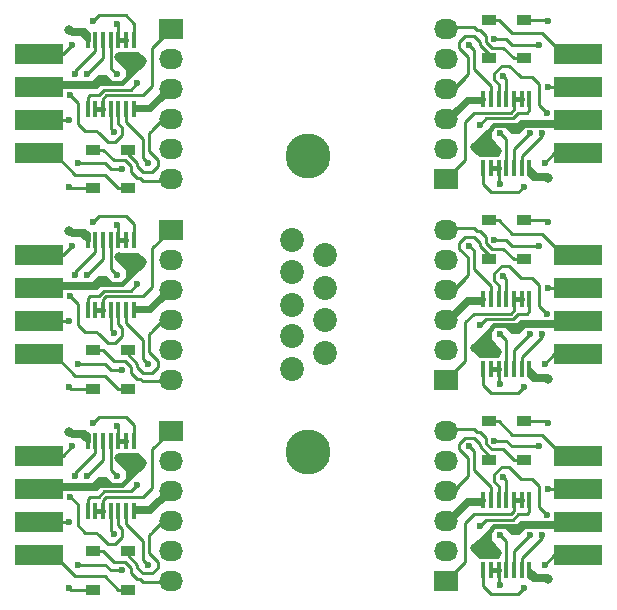
<source format=gtl>
G04 #@! TF.FileFunction,Copper,L1,Top,Signal*
%FSLAX46Y46*%
G04 Gerber Fmt 4.6, Leading zero omitted, Abs format (unit mm)*
G04 Created by KiCad (PCBNEW 4.0.2-stable) date 27/07/2016 9:39:40 PM*
%MOMM*%
G01*
G04 APERTURE LIST*
%ADD10C,0.100000*%
%ADD11C,3.810000*%
%ADD12C,2.024000*%
%ADD13R,4.080000X1.778000*%
%ADD14R,1.220000X0.910000*%
%ADD15R,2.032000X1.727200*%
%ADD16O,2.032000X1.727200*%
%ADD17R,0.450000X1.450000*%
%ADD18C,0.800000*%
%ADD19C,0.600000*%
%ADD20C,0.450000*%
%ADD21C,0.449000*%
%ADD22C,0.425000*%
%ADD23C,0.250000*%
G04 APERTURE END LIST*
D10*
D11*
X155250000Y-139446000D03*
X155250000Y-114427000D03*
D12*
X153853000Y-132461000D03*
X153853000Y-129667000D03*
X153853000Y-127000000D03*
X153853000Y-124206000D03*
X153853000Y-121539000D03*
X156647000Y-131064000D03*
X156647000Y-128270000D03*
X156647000Y-125603000D03*
X156647000Y-122809000D03*
D13*
X178083000Y-148191000D03*
X178083000Y-145397000D03*
X178083000Y-142603000D03*
X178083000Y-139809000D03*
D14*
X173500000Y-136865000D03*
X173500000Y-140135000D03*
X170500000Y-136865000D03*
X170500000Y-140135000D03*
D15*
X166915000Y-150350000D03*
D16*
X166915000Y-147810000D03*
X166915000Y-145270000D03*
X166915000Y-142730000D03*
X166915000Y-140190000D03*
X166915000Y-137650000D03*
D17*
X173950000Y-143550000D03*
X173300000Y-143550000D03*
X172650000Y-143550000D03*
X172000000Y-143550000D03*
X171350000Y-143550000D03*
X170700000Y-143550000D03*
X170050000Y-143550000D03*
X170050000Y-149450000D03*
X170700000Y-149450000D03*
X171350000Y-149450000D03*
X172000000Y-149450000D03*
X172650000Y-149450000D03*
X173300000Y-149450000D03*
X173950000Y-149450000D03*
X173950000Y-109550000D03*
X173300000Y-109550000D03*
X172650000Y-109550000D03*
X172000000Y-109550000D03*
X171350000Y-109550000D03*
X170700000Y-109550000D03*
X170050000Y-109550000D03*
X170050000Y-115450000D03*
X170700000Y-115450000D03*
X171350000Y-115450000D03*
X172000000Y-115450000D03*
X172650000Y-115450000D03*
X173300000Y-115450000D03*
X173950000Y-115450000D03*
D15*
X166915000Y-116350000D03*
D16*
X166915000Y-113810000D03*
X166915000Y-111270000D03*
X166915000Y-108730000D03*
X166915000Y-106190000D03*
X166915000Y-103650000D03*
D14*
X170500000Y-102865000D03*
X170500000Y-106135000D03*
X173500000Y-102865000D03*
X173500000Y-106135000D03*
D13*
X178083000Y-114191000D03*
X178083000Y-111397000D03*
X178083000Y-108603000D03*
X178083000Y-105809000D03*
X178083000Y-131191000D03*
X178083000Y-128397000D03*
X178083000Y-125603000D03*
X178083000Y-122809000D03*
D14*
X173500000Y-119865000D03*
X173500000Y-123135000D03*
X170500000Y-119865000D03*
X170500000Y-123135000D03*
D15*
X166915000Y-133350000D03*
D16*
X166915000Y-130810000D03*
X166915000Y-128270000D03*
X166915000Y-125730000D03*
X166915000Y-123190000D03*
X166915000Y-120650000D03*
D17*
X173950000Y-126550000D03*
X173300000Y-126550000D03*
X172650000Y-126550000D03*
X172000000Y-126550000D03*
X171350000Y-126550000D03*
X170700000Y-126550000D03*
X170050000Y-126550000D03*
X170050000Y-132450000D03*
X170700000Y-132450000D03*
X171350000Y-132450000D03*
X172000000Y-132450000D03*
X172650000Y-132450000D03*
X173300000Y-132450000D03*
X173950000Y-132450000D03*
X136550000Y-127450000D03*
X137200000Y-127450000D03*
X137850000Y-127450000D03*
X138500000Y-127450000D03*
X139150000Y-127450000D03*
X139800000Y-127450000D03*
X140450000Y-127450000D03*
X140450000Y-121550000D03*
X139800000Y-121550000D03*
X139150000Y-121550000D03*
X138500000Y-121550000D03*
X137850000Y-121550000D03*
X137200000Y-121550000D03*
X136550000Y-121550000D03*
D15*
X143585000Y-120650000D03*
D16*
X143585000Y-123190000D03*
X143585000Y-125730000D03*
X143585000Y-128270000D03*
X143585000Y-130810000D03*
X143585000Y-133350000D03*
D14*
X140000000Y-134135000D03*
X140000000Y-130865000D03*
X137000000Y-134135000D03*
X137000000Y-130865000D03*
D13*
X132417000Y-122809000D03*
X132417000Y-125603000D03*
X132417000Y-128397000D03*
X132417000Y-131191000D03*
X132417000Y-139809000D03*
X132417000Y-142603000D03*
X132417000Y-145397000D03*
X132417000Y-148191000D03*
D14*
X137000000Y-151135000D03*
X137000000Y-147865000D03*
X140000000Y-151135000D03*
X140000000Y-147865000D03*
D15*
X143585000Y-137650000D03*
D16*
X143585000Y-140190000D03*
X143585000Y-142730000D03*
X143585000Y-145270000D03*
X143585000Y-147810000D03*
X143585000Y-150350000D03*
D17*
X136550000Y-144450000D03*
X137200000Y-144450000D03*
X137850000Y-144450000D03*
X138500000Y-144450000D03*
X139150000Y-144450000D03*
X139800000Y-144450000D03*
X140450000Y-144450000D03*
X140450000Y-138550000D03*
X139800000Y-138550000D03*
X139150000Y-138550000D03*
X138500000Y-138550000D03*
X137850000Y-138550000D03*
X137200000Y-138550000D03*
X136550000Y-138550000D03*
X136550000Y-110450000D03*
X137200000Y-110450000D03*
X137850000Y-110450000D03*
X138500000Y-110450000D03*
X139150000Y-110450000D03*
X139800000Y-110450000D03*
X140450000Y-110450000D03*
X140450000Y-104550000D03*
X139800000Y-104550000D03*
X139150000Y-104550000D03*
X138500000Y-104550000D03*
X137850000Y-104550000D03*
X137200000Y-104550000D03*
X136550000Y-104550000D03*
D15*
X143585000Y-103650000D03*
D16*
X143585000Y-106190000D03*
X143585000Y-108730000D03*
X143585000Y-111270000D03*
X143585000Y-113810000D03*
X143585000Y-116350000D03*
D14*
X140000000Y-117135000D03*
X140000000Y-113865000D03*
X137000000Y-117135000D03*
X137000000Y-113865000D03*
D13*
X132417000Y-105809000D03*
X132417000Y-108603000D03*
X132417000Y-111397000D03*
X132417000Y-114191000D03*
D18*
X175500000Y-150250000D03*
X175500000Y-116250000D03*
X175500000Y-133250000D03*
X135000000Y-120750000D03*
X135000000Y-137750000D03*
X135000000Y-103750000D03*
X171250000Y-148000000D03*
X169375000Y-147625000D03*
X169375000Y-113625000D03*
X171250000Y-114000000D03*
X171250000Y-131000000D03*
X169375000Y-130625000D03*
X141125000Y-123375000D03*
X139250000Y-123000000D03*
X139250000Y-140000000D03*
X141125000Y-140375000D03*
X141125000Y-106375000D03*
X139250000Y-106000000D03*
D19*
X175250000Y-149000000D03*
X175500000Y-103000000D03*
X175250000Y-115000000D03*
X175250000Y-132000000D03*
X175500000Y-120000000D03*
X175500000Y-137000000D03*
X135000000Y-117000000D03*
X135000000Y-134000000D03*
X135250000Y-122000000D03*
X135250000Y-139000000D03*
X135000000Y-151000000D03*
X135250000Y-105000000D03*
X174000000Y-146500000D03*
X174000000Y-112500000D03*
X174000000Y-129500000D03*
X136500000Y-124500000D03*
X136500000Y-141500000D03*
X136500000Y-107500000D03*
X175000000Y-146500000D03*
X175000000Y-112500000D03*
X175000000Y-129500000D03*
X135500000Y-124500000D03*
X135500000Y-141500000D03*
X135500000Y-107500000D03*
X175424000Y-144762000D03*
X175424000Y-110762000D03*
X175424000Y-127762000D03*
X135076000Y-126238000D03*
X135076000Y-143238000D03*
X135076000Y-109238000D03*
X174750000Y-139000000D03*
X171000000Y-138500000D03*
X168850000Y-139000000D03*
X168850000Y-105000000D03*
X171000000Y-104500000D03*
X174750000Y-105000000D03*
X174750000Y-122000000D03*
X171000000Y-121500000D03*
X168850000Y-122000000D03*
X141650000Y-132000000D03*
X139500000Y-132500000D03*
X135750000Y-132000000D03*
X135750000Y-149000000D03*
X139500000Y-149500000D03*
X141650000Y-149000000D03*
X141650000Y-115000000D03*
X139500000Y-115500000D03*
X135750000Y-115000000D03*
X175551000Y-142603000D03*
X175551000Y-108603000D03*
X175551000Y-125603000D03*
X134949000Y-128397000D03*
X134949000Y-145397000D03*
X134949000Y-111397000D03*
X171500000Y-150750000D03*
X171500000Y-116750000D03*
X171500000Y-133750000D03*
X139000000Y-120250000D03*
X139000000Y-137250000D03*
X139000000Y-103250000D03*
X169750000Y-145750000D03*
X169750000Y-111750000D03*
X169750000Y-128750000D03*
X140750000Y-125250000D03*
X140750000Y-142250000D03*
X140750000Y-108250000D03*
X171750000Y-141600000D03*
X171750000Y-107600000D03*
X171750000Y-124600000D03*
X138750000Y-129400000D03*
X138750000Y-146400000D03*
X138750000Y-112400000D03*
X173500000Y-151000000D03*
X173500000Y-117000000D03*
X173500000Y-134000000D03*
X137000000Y-120000000D03*
X137000000Y-137000000D03*
X137000000Y-103000000D03*
X171500000Y-146500000D03*
X171500000Y-112500000D03*
X171500000Y-129500000D03*
X139000000Y-124500000D03*
X139000000Y-141500000D03*
X139000000Y-107500000D03*
D20*
X174750000Y-150250000D02*
X175500000Y-150250000D01*
D21*
X174500000Y-150000000D02*
X174750000Y-150250000D01*
X173950000Y-149450000D02*
X174500000Y-150000000D01*
D22*
X175250000Y-150000000D02*
X174500000Y-150000000D01*
X175500000Y-150250000D02*
X175250000Y-150000000D01*
X173950000Y-149950000D02*
X173950000Y-149450000D01*
X174250000Y-150250000D02*
X173950000Y-149950000D01*
X175500000Y-150250000D02*
X174250000Y-150250000D01*
X175500000Y-116250000D02*
X174250000Y-116250000D01*
X174250000Y-116250000D02*
X173950000Y-115950000D01*
X173950000Y-115950000D02*
X173950000Y-115450000D01*
X175500000Y-116250000D02*
X175250000Y-116000000D01*
X175250000Y-116000000D02*
X174500000Y-116000000D01*
D21*
X173950000Y-115450000D02*
X174500000Y-116000000D01*
X174500000Y-116000000D02*
X174750000Y-116250000D01*
D20*
X174750000Y-116250000D02*
X175500000Y-116250000D01*
X174750000Y-133250000D02*
X175500000Y-133250000D01*
D21*
X174500000Y-133000000D02*
X174750000Y-133250000D01*
X173950000Y-132450000D02*
X174500000Y-133000000D01*
D22*
X175250000Y-133000000D02*
X174500000Y-133000000D01*
X175500000Y-133250000D02*
X175250000Y-133000000D01*
X173950000Y-132950000D02*
X173950000Y-132450000D01*
X174250000Y-133250000D02*
X173950000Y-132950000D01*
X175500000Y-133250000D02*
X174250000Y-133250000D01*
X135000000Y-120750000D02*
X136250000Y-120750000D01*
X136250000Y-120750000D02*
X136550000Y-121050000D01*
X136550000Y-121050000D02*
X136550000Y-121550000D01*
X135000000Y-120750000D02*
X135250000Y-121000000D01*
X135250000Y-121000000D02*
X136000000Y-121000000D01*
D21*
X136550000Y-121550000D02*
X136000000Y-121000000D01*
X136000000Y-121000000D02*
X135750000Y-120750000D01*
D20*
X135750000Y-120750000D02*
X135000000Y-120750000D01*
X135750000Y-137750000D02*
X135000000Y-137750000D01*
D21*
X136000000Y-138000000D02*
X135750000Y-137750000D01*
X136550000Y-138550000D02*
X136000000Y-138000000D01*
D22*
X135250000Y-138000000D02*
X136000000Y-138000000D01*
X135000000Y-137750000D02*
X135250000Y-138000000D01*
X136550000Y-138050000D02*
X136550000Y-138550000D01*
X136250000Y-137750000D02*
X136550000Y-138050000D01*
X135000000Y-137750000D02*
X136250000Y-137750000D01*
X135000000Y-103750000D02*
X136250000Y-103750000D01*
X136250000Y-103750000D02*
X136550000Y-104050000D01*
X136550000Y-104050000D02*
X136550000Y-104550000D01*
X135000000Y-103750000D02*
X135250000Y-104000000D01*
X135250000Y-104000000D02*
X136000000Y-104000000D01*
D21*
X136550000Y-104550000D02*
X136000000Y-104000000D01*
X136000000Y-104000000D02*
X135750000Y-103750000D01*
D20*
X135750000Y-103750000D02*
X135000000Y-103750000D01*
D23*
X178083000Y-145397000D02*
X177956000Y-145524000D01*
D20*
X177980000Y-145500000D02*
X178083000Y-145397000D01*
X173250000Y-145500000D02*
X177980000Y-145500000D01*
D21*
X173000000Y-145750000D02*
X173250000Y-145500000D01*
X168635000Y-143550000D02*
X166915000Y-145270000D01*
X170050000Y-143550000D02*
X168635000Y-143550000D01*
D20*
X177730000Y-145750000D02*
X178083000Y-145397000D01*
X173500000Y-145750000D02*
X177730000Y-145750000D01*
X173000000Y-145750000D02*
X173500000Y-145750000D01*
X170500000Y-147250000D02*
X171250000Y-148000000D01*
X171000000Y-148000000D02*
X171250000Y-148000000D01*
X170250000Y-147250000D02*
X171000000Y-148000000D01*
D22*
X171000000Y-148250000D02*
X170750000Y-148250000D01*
X170750000Y-148250000D02*
X170250000Y-147750000D01*
X171250000Y-148000000D02*
X171000000Y-148250000D01*
X170000000Y-147250000D02*
X170750000Y-148000000D01*
X170750000Y-148000000D02*
X171250000Y-148000000D01*
X170000000Y-146750000D02*
X170000000Y-147250000D01*
X173250000Y-146000000D02*
X172249996Y-146000000D01*
X173500000Y-145750000D02*
X173250000Y-146000000D01*
X173250000Y-146000000D02*
X173000000Y-146250000D01*
X173000000Y-146250000D02*
X172750000Y-146250000D01*
X172750000Y-146250000D02*
X172499996Y-146250000D01*
X172499996Y-146250000D02*
X172000000Y-145750004D01*
X170500000Y-146250000D02*
X170000000Y-146750000D01*
X171000000Y-145750000D02*
X170500000Y-146250000D01*
X173000000Y-145750000D02*
X171000000Y-145750000D01*
X170500000Y-146500000D02*
X170500000Y-146250000D01*
X170500000Y-146250000D02*
X170500000Y-146500000D01*
X170500000Y-146750000D02*
X170500000Y-146250000D01*
X170500000Y-147250000D02*
X170500000Y-146750000D01*
X170250000Y-147500000D02*
X170250000Y-147750000D01*
X170250000Y-147750000D02*
X170250000Y-147500000D01*
X170250000Y-146500000D02*
X170250000Y-147750000D01*
X170500000Y-146250000D02*
X170250000Y-146500000D01*
X170250000Y-147750000D02*
X170000000Y-147500000D01*
X170000000Y-147500000D02*
X170000000Y-146750000D01*
D21*
X167230000Y-145270000D02*
X166915000Y-145270000D01*
X168750000Y-143750000D02*
X167230000Y-145270000D01*
X169850000Y-143750000D02*
X168750000Y-143750000D01*
X170050000Y-143550000D02*
X169850000Y-143750000D01*
D23*
X169375000Y-147625000D02*
X169250000Y-147500000D01*
D22*
X169375000Y-147375000D02*
X169375000Y-147625000D01*
X170000000Y-146750000D02*
X169375000Y-147375000D01*
X170250000Y-148250000D02*
X170750000Y-148250000D01*
X170000000Y-148250000D02*
X170250000Y-148250000D01*
X169375000Y-147625000D02*
X170000000Y-148250000D01*
X170000000Y-147000000D02*
X170000000Y-147250000D01*
X169375000Y-147625000D02*
X170000000Y-147000000D01*
X169625000Y-147625000D02*
X170250000Y-148250000D01*
X169375000Y-147625000D02*
X169625000Y-147625000D01*
X169750000Y-148250000D02*
X170750000Y-148250000D01*
X169375000Y-147875000D02*
X169750000Y-148250000D01*
X169375000Y-147625000D02*
X169375000Y-147875000D01*
X170500000Y-147000000D02*
X170500000Y-146750000D01*
X171250000Y-147750000D02*
X170500000Y-147000000D01*
X171250000Y-148000000D02*
X171250000Y-147750000D01*
X171000000Y-148250000D02*
X171250000Y-148000000D01*
X169750000Y-148250000D02*
X171000000Y-148250000D01*
X171250000Y-148212498D02*
X171250000Y-148000000D01*
X171212498Y-148250000D02*
X171250000Y-148212498D01*
X169750000Y-148250000D02*
X171212498Y-148250000D01*
X169750000Y-114250000D02*
X171212498Y-114250000D01*
X171212498Y-114250000D02*
X171250000Y-114212498D01*
X171250000Y-114212498D02*
X171250000Y-114000000D01*
X169750000Y-114250000D02*
X171000000Y-114250000D01*
X171000000Y-114250000D02*
X171250000Y-114000000D01*
X171250000Y-114000000D02*
X171250000Y-113750000D01*
X171250000Y-113750000D02*
X170500000Y-113000000D01*
X170500000Y-113000000D02*
X170500000Y-112750000D01*
X169375000Y-113625000D02*
X169375000Y-113875000D01*
X169375000Y-113875000D02*
X169750000Y-114250000D01*
X169750000Y-114250000D02*
X170750000Y-114250000D01*
X169375000Y-113625000D02*
X169625000Y-113625000D01*
X169625000Y-113625000D02*
X170250000Y-114250000D01*
X169375000Y-113625000D02*
X170000000Y-113000000D01*
X170000000Y-113000000D02*
X170000000Y-113250000D01*
X169375000Y-113625000D02*
X170000000Y-114250000D01*
X170000000Y-114250000D02*
X170250000Y-114250000D01*
X170250000Y-114250000D02*
X170750000Y-114250000D01*
X170000000Y-112750000D02*
X169375000Y-113375000D01*
X169375000Y-113375000D02*
X169375000Y-113625000D01*
D23*
X169375000Y-113625000D02*
X169250000Y-113500000D01*
D21*
X170050000Y-109550000D02*
X169850000Y-109750000D01*
X169850000Y-109750000D02*
X168750000Y-109750000D01*
X168750000Y-109750000D02*
X167230000Y-111270000D01*
X167230000Y-111270000D02*
X166915000Y-111270000D01*
D22*
X170000000Y-113500000D02*
X170000000Y-112750000D01*
X170250000Y-113750000D02*
X170000000Y-113500000D01*
X170500000Y-112250000D02*
X170250000Y-112500000D01*
X170250000Y-112500000D02*
X170250000Y-113750000D01*
X170250000Y-113750000D02*
X170250000Y-113500000D01*
X170250000Y-113500000D02*
X170250000Y-113750000D01*
X170500000Y-113250000D02*
X170500000Y-112750000D01*
X170500000Y-112750000D02*
X170500000Y-112250000D01*
X170500000Y-112250000D02*
X170500000Y-112500000D01*
X170500000Y-112500000D02*
X170500000Y-112250000D01*
X173000000Y-111750000D02*
X171000000Y-111750000D01*
X171000000Y-111750000D02*
X170500000Y-112250000D01*
X170500000Y-112250000D02*
X170000000Y-112750000D01*
X172499996Y-112250000D02*
X172000000Y-111750004D01*
X172750000Y-112250000D02*
X172499996Y-112250000D01*
X173000000Y-112250000D02*
X172750000Y-112250000D01*
X173250000Y-112000000D02*
X173000000Y-112250000D01*
X173500000Y-111750000D02*
X173250000Y-112000000D01*
X173250000Y-112000000D02*
X172249996Y-112000000D01*
X170000000Y-112750000D02*
X170000000Y-113250000D01*
X170750000Y-114000000D02*
X171250000Y-114000000D01*
X170000000Y-113250000D02*
X170750000Y-114000000D01*
X171250000Y-114000000D02*
X171000000Y-114250000D01*
X170750000Y-114250000D02*
X170250000Y-113750000D01*
X171000000Y-114250000D02*
X170750000Y-114250000D01*
D20*
X170250000Y-113250000D02*
X171000000Y-114000000D01*
X171000000Y-114000000D02*
X171250000Y-114000000D01*
X170500000Y-113250000D02*
X171250000Y-114000000D01*
X173000000Y-111750000D02*
X173500000Y-111750000D01*
X173500000Y-111750000D02*
X177730000Y-111750000D01*
X177730000Y-111750000D02*
X178083000Y-111397000D01*
D21*
X170050000Y-109550000D02*
X168635000Y-109550000D01*
X168635000Y-109550000D02*
X166915000Y-111270000D01*
X173000000Y-111750000D02*
X173250000Y-111500000D01*
D20*
X173250000Y-111500000D02*
X177980000Y-111500000D01*
X177980000Y-111500000D02*
X178083000Y-111397000D01*
D23*
X178083000Y-111397000D02*
X177956000Y-111524000D01*
X178083000Y-128397000D02*
X177956000Y-128524000D01*
D20*
X177980000Y-128500000D02*
X178083000Y-128397000D01*
X173250000Y-128500000D02*
X177980000Y-128500000D01*
D21*
X173000000Y-128750000D02*
X173250000Y-128500000D01*
X168635000Y-126550000D02*
X166915000Y-128270000D01*
X170050000Y-126550000D02*
X168635000Y-126550000D01*
D20*
X177730000Y-128750000D02*
X178083000Y-128397000D01*
X173500000Y-128750000D02*
X177730000Y-128750000D01*
X173000000Y-128750000D02*
X173500000Y-128750000D01*
X170500000Y-130250000D02*
X171250000Y-131000000D01*
X171000000Y-131000000D02*
X171250000Y-131000000D01*
X170250000Y-130250000D02*
X171000000Y-131000000D01*
D22*
X171000000Y-131250000D02*
X170750000Y-131250000D01*
X170750000Y-131250000D02*
X170250000Y-130750000D01*
X171250000Y-131000000D02*
X171000000Y-131250000D01*
X170000000Y-130250000D02*
X170750000Y-131000000D01*
X170750000Y-131000000D02*
X171250000Y-131000000D01*
X170000000Y-129750000D02*
X170000000Y-130250000D01*
X173250000Y-129000000D02*
X172249996Y-129000000D01*
X173500000Y-128750000D02*
X173250000Y-129000000D01*
X173250000Y-129000000D02*
X173000000Y-129250000D01*
X173000000Y-129250000D02*
X172750000Y-129250000D01*
X172750000Y-129250000D02*
X172499996Y-129250000D01*
X172499996Y-129250000D02*
X172000000Y-128750004D01*
X170500000Y-129250000D02*
X170000000Y-129750000D01*
X171000000Y-128750000D02*
X170500000Y-129250000D01*
X173000000Y-128750000D02*
X171000000Y-128750000D01*
X170500000Y-129500000D02*
X170500000Y-129250000D01*
X170500000Y-129250000D02*
X170500000Y-129500000D01*
X170500000Y-129750000D02*
X170500000Y-129250000D01*
X170500000Y-130250000D02*
X170500000Y-129750000D01*
X170250000Y-130500000D02*
X170250000Y-130750000D01*
X170250000Y-130750000D02*
X170250000Y-130500000D01*
X170250000Y-129500000D02*
X170250000Y-130750000D01*
X170500000Y-129250000D02*
X170250000Y-129500000D01*
X170250000Y-130750000D02*
X170000000Y-130500000D01*
X170000000Y-130500000D02*
X170000000Y-129750000D01*
D21*
X167230000Y-128270000D02*
X166915000Y-128270000D01*
X168750000Y-126750000D02*
X167230000Y-128270000D01*
X169850000Y-126750000D02*
X168750000Y-126750000D01*
X170050000Y-126550000D02*
X169850000Y-126750000D01*
D23*
X169375000Y-130625000D02*
X169250000Y-130500000D01*
D22*
X169375000Y-130375000D02*
X169375000Y-130625000D01*
X170000000Y-129750000D02*
X169375000Y-130375000D01*
X170250000Y-131250000D02*
X170750000Y-131250000D01*
X170000000Y-131250000D02*
X170250000Y-131250000D01*
X169375000Y-130625000D02*
X170000000Y-131250000D01*
X170000000Y-130000000D02*
X170000000Y-130250000D01*
X169375000Y-130625000D02*
X170000000Y-130000000D01*
X169625000Y-130625000D02*
X170250000Y-131250000D01*
X169375000Y-130625000D02*
X169625000Y-130625000D01*
X169750000Y-131250000D02*
X170750000Y-131250000D01*
X169375000Y-130875000D02*
X169750000Y-131250000D01*
X169375000Y-130625000D02*
X169375000Y-130875000D01*
X170500000Y-130000000D02*
X170500000Y-129750000D01*
X171250000Y-130750000D02*
X170500000Y-130000000D01*
X171250000Y-131000000D02*
X171250000Y-130750000D01*
X171000000Y-131250000D02*
X171250000Y-131000000D01*
X169750000Y-131250000D02*
X171000000Y-131250000D01*
X171250000Y-131212498D02*
X171250000Y-131000000D01*
X171212498Y-131250000D02*
X171250000Y-131212498D01*
X169750000Y-131250000D02*
X171212498Y-131250000D01*
X140750000Y-122750000D02*
X139287502Y-122750000D01*
X139287502Y-122750000D02*
X139250000Y-122787502D01*
X139250000Y-122787502D02*
X139250000Y-123000000D01*
X140750000Y-122750000D02*
X139500000Y-122750000D01*
X139500000Y-122750000D02*
X139250000Y-123000000D01*
X139250000Y-123000000D02*
X139250000Y-123250000D01*
X139250000Y-123250000D02*
X140000000Y-124000000D01*
X140000000Y-124000000D02*
X140000000Y-124250000D01*
X141125000Y-123375000D02*
X141125000Y-123125000D01*
X141125000Y-123125000D02*
X140750000Y-122750000D01*
X140750000Y-122750000D02*
X139750000Y-122750000D01*
X141125000Y-123375000D02*
X140875000Y-123375000D01*
X140875000Y-123375000D02*
X140250000Y-122750000D01*
X141125000Y-123375000D02*
X140500000Y-124000000D01*
X140500000Y-124000000D02*
X140500000Y-123750000D01*
X141125000Y-123375000D02*
X140500000Y-122750000D01*
X140500000Y-122750000D02*
X140250000Y-122750000D01*
X140250000Y-122750000D02*
X139750000Y-122750000D01*
X140500000Y-124250000D02*
X141125000Y-123625000D01*
X141125000Y-123625000D02*
X141125000Y-123375000D01*
D23*
X141125000Y-123375000D02*
X141250000Y-123500000D01*
D21*
X140450000Y-127450000D02*
X140650000Y-127250000D01*
X140650000Y-127250000D02*
X141750000Y-127250000D01*
X141750000Y-127250000D02*
X143270000Y-125730000D01*
X143270000Y-125730000D02*
X143585000Y-125730000D01*
D22*
X140500000Y-123500000D02*
X140500000Y-124250000D01*
X140250000Y-123250000D02*
X140500000Y-123500000D01*
X140000000Y-124750000D02*
X140250000Y-124500000D01*
X140250000Y-124500000D02*
X140250000Y-123250000D01*
X140250000Y-123250000D02*
X140250000Y-123500000D01*
X140250000Y-123500000D02*
X140250000Y-123250000D01*
X140000000Y-123750000D02*
X140000000Y-124250000D01*
X140000000Y-124250000D02*
X140000000Y-124750000D01*
X140000000Y-124750000D02*
X140000000Y-124500000D01*
X140000000Y-124500000D02*
X140000000Y-124750000D01*
X137500000Y-125250000D02*
X139500000Y-125250000D01*
X139500000Y-125250000D02*
X140000000Y-124750000D01*
X140000000Y-124750000D02*
X140500000Y-124250000D01*
X138000004Y-124750000D02*
X138500000Y-125249996D01*
X137750000Y-124750000D02*
X138000004Y-124750000D01*
X137500000Y-124750000D02*
X137750000Y-124750000D01*
X137250000Y-125000000D02*
X137500000Y-124750000D01*
X137000000Y-125250000D02*
X137250000Y-125000000D01*
X137250000Y-125000000D02*
X138250004Y-125000000D01*
X140500000Y-124250000D02*
X140500000Y-123750000D01*
X139750000Y-123000000D02*
X139250000Y-123000000D01*
X140500000Y-123750000D02*
X139750000Y-123000000D01*
X139250000Y-123000000D02*
X139500000Y-122750000D01*
X139750000Y-122750000D02*
X140250000Y-123250000D01*
X139500000Y-122750000D02*
X139750000Y-122750000D01*
D20*
X140250000Y-123750000D02*
X139500000Y-123000000D01*
X139500000Y-123000000D02*
X139250000Y-123000000D01*
X140000000Y-123750000D02*
X139250000Y-123000000D01*
X137500000Y-125250000D02*
X137000000Y-125250000D01*
X137000000Y-125250000D02*
X132770000Y-125250000D01*
X132770000Y-125250000D02*
X132417000Y-125603000D01*
D21*
X140450000Y-127450000D02*
X141865000Y-127450000D01*
X141865000Y-127450000D02*
X143585000Y-125730000D01*
X137500000Y-125250000D02*
X137250000Y-125500000D01*
D20*
X137250000Y-125500000D02*
X132520000Y-125500000D01*
X132520000Y-125500000D02*
X132417000Y-125603000D01*
D23*
X132417000Y-125603000D02*
X132544000Y-125476000D01*
X132417000Y-142603000D02*
X132544000Y-142476000D01*
D20*
X132520000Y-142500000D02*
X132417000Y-142603000D01*
X137250000Y-142500000D02*
X132520000Y-142500000D01*
D21*
X137500000Y-142250000D02*
X137250000Y-142500000D01*
X141865000Y-144450000D02*
X143585000Y-142730000D01*
X140450000Y-144450000D02*
X141865000Y-144450000D01*
D20*
X132770000Y-142250000D02*
X132417000Y-142603000D01*
X137000000Y-142250000D02*
X132770000Y-142250000D01*
X137500000Y-142250000D02*
X137000000Y-142250000D01*
X140000000Y-140750000D02*
X139250000Y-140000000D01*
X139500000Y-140000000D02*
X139250000Y-140000000D01*
X140250000Y-140750000D02*
X139500000Y-140000000D01*
D22*
X139500000Y-139750000D02*
X139750000Y-139750000D01*
X139750000Y-139750000D02*
X140250000Y-140250000D01*
X139250000Y-140000000D02*
X139500000Y-139750000D01*
X140500000Y-140750000D02*
X139750000Y-140000000D01*
X139750000Y-140000000D02*
X139250000Y-140000000D01*
X140500000Y-141250000D02*
X140500000Y-140750000D01*
X137250000Y-142000000D02*
X138250004Y-142000000D01*
X137000000Y-142250000D02*
X137250000Y-142000000D01*
X137250000Y-142000000D02*
X137500000Y-141750000D01*
X137500000Y-141750000D02*
X137750000Y-141750000D01*
X137750000Y-141750000D02*
X138000004Y-141750000D01*
X138000004Y-141750000D02*
X138500000Y-142249996D01*
X140000000Y-141750000D02*
X140500000Y-141250000D01*
X139500000Y-142250000D02*
X140000000Y-141750000D01*
X137500000Y-142250000D02*
X139500000Y-142250000D01*
X140000000Y-141500000D02*
X140000000Y-141750000D01*
X140000000Y-141750000D02*
X140000000Y-141500000D01*
X140000000Y-141250000D02*
X140000000Y-141750000D01*
X140000000Y-140750000D02*
X140000000Y-141250000D01*
X140250000Y-140500000D02*
X140250000Y-140250000D01*
X140250000Y-140250000D02*
X140250000Y-140500000D01*
X140250000Y-141500000D02*
X140250000Y-140250000D01*
X140000000Y-141750000D02*
X140250000Y-141500000D01*
X140250000Y-140250000D02*
X140500000Y-140500000D01*
X140500000Y-140500000D02*
X140500000Y-141250000D01*
D21*
X143270000Y-142730000D02*
X143585000Y-142730000D01*
X141750000Y-144250000D02*
X143270000Y-142730000D01*
X140650000Y-144250000D02*
X141750000Y-144250000D01*
X140450000Y-144450000D02*
X140650000Y-144250000D01*
D23*
X141125000Y-140375000D02*
X141250000Y-140500000D01*
D22*
X141125000Y-140625000D02*
X141125000Y-140375000D01*
X140500000Y-141250000D02*
X141125000Y-140625000D01*
X140250000Y-139750000D02*
X139750000Y-139750000D01*
X140500000Y-139750000D02*
X140250000Y-139750000D01*
X141125000Y-140375000D02*
X140500000Y-139750000D01*
X140500000Y-141000000D02*
X140500000Y-140750000D01*
X141125000Y-140375000D02*
X140500000Y-141000000D01*
X140875000Y-140375000D02*
X140250000Y-139750000D01*
X141125000Y-140375000D02*
X140875000Y-140375000D01*
X140750000Y-139750000D02*
X139750000Y-139750000D01*
X141125000Y-140125000D02*
X140750000Y-139750000D01*
X141125000Y-140375000D02*
X141125000Y-140125000D01*
X140000000Y-141000000D02*
X140000000Y-141250000D01*
X139250000Y-140250000D02*
X140000000Y-141000000D01*
X139250000Y-140000000D02*
X139250000Y-140250000D01*
X139500000Y-139750000D02*
X139250000Y-140000000D01*
X140750000Y-139750000D02*
X139500000Y-139750000D01*
X139250000Y-139787502D02*
X139250000Y-140000000D01*
X139287502Y-139750000D02*
X139250000Y-139787502D01*
X140750000Y-139750000D02*
X139287502Y-139750000D01*
X140750000Y-105750000D02*
X139287502Y-105750000D01*
X139287502Y-105750000D02*
X139250000Y-105787502D01*
X139250000Y-105787502D02*
X139250000Y-106000000D01*
X140750000Y-105750000D02*
X139500000Y-105750000D01*
X139500000Y-105750000D02*
X139250000Y-106000000D01*
X139250000Y-106000000D02*
X139250000Y-106250000D01*
X139250000Y-106250000D02*
X140000000Y-107000000D01*
X140000000Y-107000000D02*
X140000000Y-107250000D01*
X141125000Y-106375000D02*
X141125000Y-106125000D01*
X141125000Y-106125000D02*
X140750000Y-105750000D01*
X140750000Y-105750000D02*
X139750000Y-105750000D01*
X141125000Y-106375000D02*
X140875000Y-106375000D01*
X140875000Y-106375000D02*
X140250000Y-105750000D01*
X141125000Y-106375000D02*
X140500000Y-107000000D01*
X140500000Y-107000000D02*
X140500000Y-106750000D01*
X141125000Y-106375000D02*
X140500000Y-105750000D01*
X140500000Y-105750000D02*
X140250000Y-105750000D01*
X140250000Y-105750000D02*
X139750000Y-105750000D01*
X140500000Y-107250000D02*
X141125000Y-106625000D01*
X141125000Y-106625000D02*
X141125000Y-106375000D01*
D23*
X141125000Y-106375000D02*
X141250000Y-106500000D01*
D21*
X140450000Y-110450000D02*
X140650000Y-110250000D01*
X140650000Y-110250000D02*
X141750000Y-110250000D01*
X141750000Y-110250000D02*
X143270000Y-108730000D01*
X143270000Y-108730000D02*
X143585000Y-108730000D01*
D22*
X140500000Y-106500000D02*
X140500000Y-107250000D01*
X140250000Y-106250000D02*
X140500000Y-106500000D01*
X140000000Y-107750000D02*
X140250000Y-107500000D01*
X140250000Y-107500000D02*
X140250000Y-106250000D01*
X140250000Y-106250000D02*
X140250000Y-106500000D01*
X140250000Y-106500000D02*
X140250000Y-106250000D01*
X140000000Y-106750000D02*
X140000000Y-107250000D01*
X140000000Y-107250000D02*
X140000000Y-107750000D01*
X140000000Y-107750000D02*
X140000000Y-107500000D01*
X140000000Y-107500000D02*
X140000000Y-107750000D01*
X137500000Y-108250000D02*
X139500000Y-108250000D01*
X139500000Y-108250000D02*
X140000000Y-107750000D01*
X140000000Y-107750000D02*
X140500000Y-107250000D01*
X138000004Y-107750000D02*
X138500000Y-108249996D01*
X137750000Y-107750000D02*
X138000004Y-107750000D01*
X137500000Y-107750000D02*
X137750000Y-107750000D01*
X137250000Y-108000000D02*
X137500000Y-107750000D01*
X137000000Y-108250000D02*
X137250000Y-108000000D01*
X137250000Y-108000000D02*
X138250004Y-108000000D01*
X140500000Y-107250000D02*
X140500000Y-106750000D01*
X139750000Y-106000000D02*
X139250000Y-106000000D01*
X140500000Y-106750000D02*
X139750000Y-106000000D01*
X139250000Y-106000000D02*
X139500000Y-105750000D01*
X139750000Y-105750000D02*
X140250000Y-106250000D01*
X139500000Y-105750000D02*
X139750000Y-105750000D01*
D20*
X140250000Y-106750000D02*
X139500000Y-106000000D01*
X139500000Y-106000000D02*
X139250000Y-106000000D01*
X140000000Y-106750000D02*
X139250000Y-106000000D01*
X137500000Y-108250000D02*
X137000000Y-108250000D01*
X137000000Y-108250000D02*
X132770000Y-108250000D01*
X132770000Y-108250000D02*
X132417000Y-108603000D01*
D21*
X140450000Y-110450000D02*
X141865000Y-110450000D01*
X141865000Y-110450000D02*
X143585000Y-108730000D01*
X137500000Y-108250000D02*
X137250000Y-108500000D01*
D20*
X137250000Y-108500000D02*
X132520000Y-108500000D01*
X132520000Y-108500000D02*
X132417000Y-108603000D01*
D23*
X132417000Y-108603000D02*
X132544000Y-108476000D01*
X178024000Y-139750000D02*
X178083000Y-139809000D01*
X171365000Y-136865000D02*
X172500000Y-138000000D01*
X170500000Y-136865000D02*
X171365000Y-136865000D01*
X176809000Y-139809000D02*
X178083000Y-139809000D01*
X175000000Y-138000000D02*
X176809000Y-139809000D01*
X172500000Y-138000000D02*
X175000000Y-138000000D01*
X172500000Y-104000000D02*
X175000000Y-104000000D01*
X175000000Y-104000000D02*
X176809000Y-105809000D01*
X176809000Y-105809000D02*
X178083000Y-105809000D01*
X170500000Y-102865000D02*
X171365000Y-102865000D01*
X171365000Y-102865000D02*
X172500000Y-104000000D01*
X178024000Y-105750000D02*
X178083000Y-105809000D01*
X178024000Y-122750000D02*
X178083000Y-122809000D01*
X171365000Y-119865000D02*
X172500000Y-121000000D01*
X170500000Y-119865000D02*
X171365000Y-119865000D01*
X176809000Y-122809000D02*
X178083000Y-122809000D01*
X175000000Y-121000000D02*
X176809000Y-122809000D01*
X172500000Y-121000000D02*
X175000000Y-121000000D01*
X138000000Y-133000000D02*
X135500000Y-133000000D01*
X135500000Y-133000000D02*
X133691000Y-131191000D01*
X133691000Y-131191000D02*
X132417000Y-131191000D01*
X140000000Y-134135000D02*
X139135000Y-134135000D01*
X139135000Y-134135000D02*
X138000000Y-133000000D01*
X132476000Y-131250000D02*
X132417000Y-131191000D01*
X132476000Y-148250000D02*
X132417000Y-148191000D01*
X139135000Y-151135000D02*
X138000000Y-150000000D01*
X140000000Y-151135000D02*
X139135000Y-151135000D01*
X133691000Y-148191000D02*
X132417000Y-148191000D01*
X135500000Y-150000000D02*
X133691000Y-148191000D01*
X138000000Y-150000000D02*
X135500000Y-150000000D01*
X138000000Y-116000000D02*
X135500000Y-116000000D01*
X135500000Y-116000000D02*
X133691000Y-114191000D01*
X133691000Y-114191000D02*
X132417000Y-114191000D01*
X140000000Y-117135000D02*
X139135000Y-117135000D01*
X139135000Y-117135000D02*
X138000000Y-116000000D01*
X132476000Y-114250000D02*
X132417000Y-114191000D01*
X168000000Y-139250000D02*
X168000000Y-138750000D01*
X168500000Y-138250000D02*
X168000000Y-138750000D01*
X169750000Y-139000000D02*
X170550001Y-139800001D01*
X168500000Y-141780000D02*
X167804000Y-142476000D01*
X168500000Y-141750000D02*
X168500000Y-141780000D01*
X168500000Y-141780000D02*
X168500000Y-141750000D01*
X167520000Y-142730000D02*
X166915000Y-142730000D01*
X168750000Y-141500000D02*
X167520000Y-142730000D01*
X168750000Y-140000000D02*
X168750000Y-141500000D01*
X168000000Y-139250000D02*
X168750000Y-140000000D01*
X169750000Y-138750000D02*
X169250000Y-138250000D01*
X169750000Y-139000000D02*
X169750000Y-138750000D01*
X169250000Y-138250000D02*
X168500000Y-138250000D01*
X169250000Y-104250000D02*
X168500000Y-104250000D01*
X169750000Y-105000000D02*
X169750000Y-104750000D01*
X169750000Y-104750000D02*
X169250000Y-104250000D01*
X168000000Y-105250000D02*
X168750000Y-106000000D01*
X168750000Y-106000000D02*
X168750000Y-107500000D01*
X168750000Y-107500000D02*
X167520000Y-108730000D01*
X167520000Y-108730000D02*
X166915000Y-108730000D01*
X168500000Y-107780000D02*
X168500000Y-107750000D01*
X168500000Y-107750000D02*
X168500000Y-107780000D01*
X168500000Y-107780000D02*
X167804000Y-108476000D01*
X169750000Y-105000000D02*
X170550001Y-105800001D01*
X168500000Y-104250000D02*
X168000000Y-104750000D01*
X168000000Y-105250000D02*
X168000000Y-104750000D01*
X168000000Y-122250000D02*
X168000000Y-121750000D01*
X168500000Y-121250000D02*
X168000000Y-121750000D01*
X169750000Y-122000000D02*
X170550001Y-122800001D01*
X168500000Y-124780000D02*
X167804000Y-125476000D01*
X168500000Y-124750000D02*
X168500000Y-124780000D01*
X168500000Y-124780000D02*
X168500000Y-124750000D01*
X167520000Y-125730000D02*
X166915000Y-125730000D01*
X168750000Y-124500000D02*
X167520000Y-125730000D01*
X168750000Y-123000000D02*
X168750000Y-124500000D01*
X168000000Y-122250000D02*
X168750000Y-123000000D01*
X169750000Y-121750000D02*
X169250000Y-121250000D01*
X169750000Y-122000000D02*
X169750000Y-121750000D01*
X169250000Y-121250000D02*
X168500000Y-121250000D01*
X141250000Y-132750000D02*
X142000000Y-132750000D01*
X140750000Y-132000000D02*
X140750000Y-132250000D01*
X140750000Y-132250000D02*
X141250000Y-132750000D01*
X142500000Y-131750000D02*
X141750000Y-131000000D01*
X141750000Y-131000000D02*
X141750000Y-129500000D01*
X141750000Y-129500000D02*
X142980000Y-128270000D01*
X142980000Y-128270000D02*
X143585000Y-128270000D01*
X142000000Y-129220000D02*
X142000000Y-129250000D01*
X142000000Y-129250000D02*
X142000000Y-129220000D01*
X142000000Y-129220000D02*
X142696000Y-128524000D01*
X140750000Y-132000000D02*
X139949999Y-131199999D01*
X142000000Y-132750000D02*
X142500000Y-132250000D01*
X142500000Y-131750000D02*
X142500000Y-132250000D01*
X142500000Y-148750000D02*
X142500000Y-149250000D01*
X142000000Y-149750000D02*
X142500000Y-149250000D01*
X140750000Y-149000000D02*
X139949999Y-148199999D01*
X142000000Y-146220000D02*
X142696000Y-145524000D01*
X142000000Y-146250000D02*
X142000000Y-146220000D01*
X142000000Y-146220000D02*
X142000000Y-146250000D01*
X142980000Y-145270000D02*
X143585000Y-145270000D01*
X141750000Y-146500000D02*
X142980000Y-145270000D01*
X141750000Y-148000000D02*
X141750000Y-146500000D01*
X142500000Y-148750000D02*
X141750000Y-148000000D01*
X140750000Y-149250000D02*
X141250000Y-149750000D01*
X140750000Y-149000000D02*
X140750000Y-149250000D01*
X141250000Y-149750000D02*
X142000000Y-149750000D01*
X141250000Y-115750000D02*
X142000000Y-115750000D01*
X140750000Y-115000000D02*
X140750000Y-115250000D01*
X140750000Y-115250000D02*
X141250000Y-115750000D01*
X142500000Y-114750000D02*
X141750000Y-114000000D01*
X141750000Y-114000000D02*
X141750000Y-112500000D01*
X141750000Y-112500000D02*
X142980000Y-111270000D01*
X142980000Y-111270000D02*
X143585000Y-111270000D01*
X142000000Y-112220000D02*
X142000000Y-112250000D01*
X142000000Y-112250000D02*
X142000000Y-112220000D01*
X142000000Y-112220000D02*
X142696000Y-111524000D01*
X140750000Y-115000000D02*
X139949999Y-114199999D01*
X142000000Y-115750000D02*
X142500000Y-115250000D01*
X142500000Y-114750000D02*
X142500000Y-115250000D01*
X175365000Y-136865000D02*
X175500000Y-137000000D01*
X173500000Y-136865000D02*
X175365000Y-136865000D01*
X178024000Y-148250000D02*
X178083000Y-148191000D01*
X176059000Y-148191000D02*
X178083000Y-148191000D01*
X175250000Y-149000000D02*
X176059000Y-148191000D01*
X173500000Y-102865000D02*
X175365000Y-102865000D01*
X175365000Y-102865000D02*
X175500000Y-103000000D01*
X175250000Y-115000000D02*
X176059000Y-114191000D01*
X176059000Y-114191000D02*
X178083000Y-114191000D01*
X178024000Y-114250000D02*
X178083000Y-114191000D01*
X178024000Y-131250000D02*
X178083000Y-131191000D01*
X176059000Y-131191000D02*
X178083000Y-131191000D01*
X175250000Y-132000000D02*
X176059000Y-131191000D01*
X175365000Y-119865000D02*
X175500000Y-120000000D01*
X173500000Y-119865000D02*
X175365000Y-119865000D01*
X137000000Y-134135000D02*
X135135000Y-134135000D01*
X135135000Y-134135000D02*
X135000000Y-134000000D01*
X135250000Y-122000000D02*
X134441000Y-122809000D01*
X134441000Y-122809000D02*
X132417000Y-122809000D01*
X132476000Y-122750000D02*
X132417000Y-122809000D01*
X132476000Y-139750000D02*
X132417000Y-139809000D01*
X134441000Y-139809000D02*
X132417000Y-139809000D01*
X135250000Y-139000000D02*
X134441000Y-139809000D01*
X135135000Y-151135000D02*
X135000000Y-151000000D01*
X137000000Y-151135000D02*
X135135000Y-151135000D01*
X135250000Y-105000000D02*
X134441000Y-105809000D01*
X134441000Y-105809000D02*
X132417000Y-105809000D01*
X132476000Y-105750000D02*
X132417000Y-105809000D01*
X137000000Y-117135000D02*
X135135000Y-117135000D01*
X135135000Y-117135000D02*
X135000000Y-117000000D01*
X171750000Y-139250000D02*
X172635000Y-140135000D01*
X172635000Y-140135000D02*
X173500000Y-140135000D01*
X167065000Y-137500000D02*
X166915000Y-137650000D01*
X170750000Y-139250000D02*
X170250000Y-138750000D01*
X171750000Y-139250000D02*
X170750000Y-139250000D01*
X170250000Y-138250000D02*
X169750000Y-137750000D01*
X170250000Y-138750000D02*
X170250000Y-138250000D01*
X169500000Y-137750000D02*
X169250000Y-137500000D01*
X169250000Y-137500000D02*
X167065000Y-137500000D01*
X169750000Y-137750000D02*
X169500000Y-137750000D01*
X169750000Y-103750000D02*
X169500000Y-103750000D01*
X169250000Y-103500000D02*
X167065000Y-103500000D01*
X169500000Y-103750000D02*
X169250000Y-103500000D01*
X170250000Y-104750000D02*
X170250000Y-104250000D01*
X170250000Y-104250000D02*
X169750000Y-103750000D01*
X171750000Y-105250000D02*
X170750000Y-105250000D01*
X170750000Y-105250000D02*
X170250000Y-104750000D01*
X167065000Y-103500000D02*
X166915000Y-103650000D01*
X172635000Y-106135000D02*
X173500000Y-106135000D01*
X171750000Y-105250000D02*
X172635000Y-106135000D01*
X171750000Y-122250000D02*
X172635000Y-123135000D01*
X172635000Y-123135000D02*
X173500000Y-123135000D01*
X167065000Y-120500000D02*
X166915000Y-120650000D01*
X170750000Y-122250000D02*
X170250000Y-121750000D01*
X171750000Y-122250000D02*
X170750000Y-122250000D01*
X170250000Y-121250000D02*
X169750000Y-120750000D01*
X170250000Y-121750000D02*
X170250000Y-121250000D01*
X169500000Y-120750000D02*
X169250000Y-120500000D01*
X169250000Y-120500000D02*
X167065000Y-120500000D01*
X169750000Y-120750000D02*
X169500000Y-120750000D01*
X140750000Y-133250000D02*
X141000000Y-133250000D01*
X141250000Y-133500000D02*
X143435000Y-133500000D01*
X141000000Y-133250000D02*
X141250000Y-133500000D01*
X140250000Y-132250000D02*
X140250000Y-132750000D01*
X140250000Y-132750000D02*
X140750000Y-133250000D01*
X138750000Y-131750000D02*
X139750000Y-131750000D01*
X139750000Y-131750000D02*
X140250000Y-132250000D01*
X143435000Y-133500000D02*
X143585000Y-133350000D01*
X137865000Y-130865000D02*
X137000000Y-130865000D01*
X138750000Y-131750000D02*
X137865000Y-130865000D01*
X138750000Y-148750000D02*
X137865000Y-147865000D01*
X137865000Y-147865000D02*
X137000000Y-147865000D01*
X143435000Y-150500000D02*
X143585000Y-150350000D01*
X139750000Y-148750000D02*
X140250000Y-149250000D01*
X138750000Y-148750000D02*
X139750000Y-148750000D01*
X140250000Y-149750000D02*
X140750000Y-150250000D01*
X140250000Y-149250000D02*
X140250000Y-149750000D01*
X141000000Y-150250000D02*
X141250000Y-150500000D01*
X141250000Y-150500000D02*
X143435000Y-150500000D01*
X140750000Y-150250000D02*
X141000000Y-150250000D01*
X140750000Y-116250000D02*
X141000000Y-116250000D01*
X141250000Y-116500000D02*
X143435000Y-116500000D01*
X141000000Y-116250000D02*
X141250000Y-116500000D01*
X140250000Y-115250000D02*
X140250000Y-115750000D01*
X140250000Y-115750000D02*
X140750000Y-116250000D01*
X138750000Y-114750000D02*
X139750000Y-114750000D01*
X139750000Y-114750000D02*
X140250000Y-115250000D01*
X143435000Y-116500000D02*
X143585000Y-116350000D01*
X137865000Y-113865000D02*
X137000000Y-113865000D01*
X138750000Y-114750000D02*
X137865000Y-113865000D01*
X172650000Y-147850000D02*
X172650000Y-149450000D01*
X174000000Y-146500000D02*
X172650000Y-147850000D01*
X174000000Y-112500000D02*
X172650000Y-113850000D01*
X172650000Y-113850000D02*
X172650000Y-115450000D01*
X172650000Y-130850000D02*
X172650000Y-132450000D01*
X174000000Y-129500000D02*
X172650000Y-130850000D01*
X136500000Y-124500000D02*
X137850000Y-123150000D01*
X137850000Y-123150000D02*
X137850000Y-121550000D01*
X137850000Y-140150000D02*
X137850000Y-138550000D01*
X136500000Y-141500000D02*
X137850000Y-140150000D01*
X136500000Y-107500000D02*
X137850000Y-106150000D01*
X137850000Y-106150000D02*
X137850000Y-104550000D01*
X175000000Y-146750000D02*
X173300000Y-148450000D01*
X173300000Y-148450000D02*
X173300000Y-149450000D01*
X175000000Y-146500000D02*
X175000000Y-146750000D01*
X175000000Y-112500000D02*
X175000000Y-112750000D01*
X173300000Y-114450000D02*
X173300000Y-115450000D01*
X175000000Y-112750000D02*
X173300000Y-114450000D01*
X175000000Y-129750000D02*
X173300000Y-131450000D01*
X173300000Y-131450000D02*
X173300000Y-132450000D01*
X175000000Y-129500000D02*
X175000000Y-129750000D01*
X135500000Y-124500000D02*
X135500000Y-124250000D01*
X137200000Y-122550000D02*
X137200000Y-121550000D01*
X135500000Y-124250000D02*
X137200000Y-122550000D01*
X135500000Y-141250000D02*
X137200000Y-139550000D01*
X137200000Y-139550000D02*
X137200000Y-138550000D01*
X135500000Y-141500000D02*
X135500000Y-141250000D01*
X135500000Y-107500000D02*
X135500000Y-107250000D01*
X137200000Y-105550000D02*
X137200000Y-104550000D01*
X135500000Y-107250000D02*
X137200000Y-105550000D01*
X171350000Y-142350000D02*
X171350000Y-143550000D01*
X172250000Y-140750000D02*
X173000000Y-141500000D01*
X171600000Y-140750000D02*
X172250000Y-140750000D01*
X171000000Y-141350000D02*
X171600000Y-140750000D01*
X171000000Y-142000000D02*
X171000000Y-141350000D01*
X171350000Y-142350000D02*
X171000000Y-142000000D01*
X175424000Y-144762000D02*
X174750000Y-144088000D01*
X174750000Y-144088000D02*
X175424000Y-144762000D01*
X173214000Y-141714000D02*
X174154000Y-141714000D01*
X174154000Y-141714000D02*
X174750000Y-142310000D01*
X174750000Y-142310000D02*
X174750000Y-144088000D01*
X173000000Y-141500000D02*
X173214000Y-141714000D01*
X173000000Y-107500000D02*
X173214000Y-107714000D01*
X174750000Y-108310000D02*
X174750000Y-110088000D01*
X174154000Y-107714000D02*
X174750000Y-108310000D01*
X173214000Y-107714000D02*
X174154000Y-107714000D01*
X174750000Y-110088000D02*
X175424000Y-110762000D01*
X175424000Y-110762000D02*
X174750000Y-110088000D01*
X171350000Y-108350000D02*
X171000000Y-108000000D01*
X171000000Y-108000000D02*
X171000000Y-107350000D01*
X171000000Y-107350000D02*
X171600000Y-106750000D01*
X171600000Y-106750000D02*
X172250000Y-106750000D01*
X172250000Y-106750000D02*
X173000000Y-107500000D01*
X171350000Y-108350000D02*
X171350000Y-109550000D01*
X171350000Y-125350000D02*
X171350000Y-126550000D01*
X172250000Y-123750000D02*
X173000000Y-124500000D01*
X171600000Y-123750000D02*
X172250000Y-123750000D01*
X171000000Y-124350000D02*
X171600000Y-123750000D01*
X171000000Y-125000000D02*
X171000000Y-124350000D01*
X171350000Y-125350000D02*
X171000000Y-125000000D01*
X175424000Y-127762000D02*
X174750000Y-127088000D01*
X174750000Y-127088000D02*
X175424000Y-127762000D01*
X173214000Y-124714000D02*
X174154000Y-124714000D01*
X174154000Y-124714000D02*
X174750000Y-125310000D01*
X174750000Y-125310000D02*
X174750000Y-127088000D01*
X173000000Y-124500000D02*
X173214000Y-124714000D01*
X137500000Y-129500000D02*
X137286000Y-129286000D01*
X135750000Y-128690000D02*
X135750000Y-126912000D01*
X136346000Y-129286000D02*
X135750000Y-128690000D01*
X137286000Y-129286000D02*
X136346000Y-129286000D01*
X135750000Y-126912000D02*
X135076000Y-126238000D01*
X135076000Y-126238000D02*
X135750000Y-126912000D01*
X139150000Y-128650000D02*
X139500000Y-129000000D01*
X139500000Y-129000000D02*
X139500000Y-129650000D01*
X139500000Y-129650000D02*
X138900000Y-130250000D01*
X138900000Y-130250000D02*
X138250000Y-130250000D01*
X138250000Y-130250000D02*
X137500000Y-129500000D01*
X139150000Y-128650000D02*
X139150000Y-127450000D01*
X139150000Y-145650000D02*
X139150000Y-144450000D01*
X138250000Y-147250000D02*
X137500000Y-146500000D01*
X138900000Y-147250000D02*
X138250000Y-147250000D01*
X139500000Y-146650000D02*
X138900000Y-147250000D01*
X139500000Y-146000000D02*
X139500000Y-146650000D01*
X139150000Y-145650000D02*
X139500000Y-146000000D01*
X135076000Y-143238000D02*
X135750000Y-143912000D01*
X135750000Y-143912000D02*
X135076000Y-143238000D01*
X137286000Y-146286000D02*
X136346000Y-146286000D01*
X136346000Y-146286000D02*
X135750000Y-145690000D01*
X135750000Y-145690000D02*
X135750000Y-143912000D01*
X137500000Y-146500000D02*
X137286000Y-146286000D01*
X137500000Y-112500000D02*
X137286000Y-112286000D01*
X135750000Y-111690000D02*
X135750000Y-109912000D01*
X136346000Y-112286000D02*
X135750000Y-111690000D01*
X137286000Y-112286000D02*
X136346000Y-112286000D01*
X135750000Y-109912000D02*
X135076000Y-109238000D01*
X135076000Y-109238000D02*
X135750000Y-109912000D01*
X139150000Y-111650000D02*
X139500000Y-112000000D01*
X139500000Y-112000000D02*
X139500000Y-112650000D01*
X139500000Y-112650000D02*
X138900000Y-113250000D01*
X138900000Y-113250000D02*
X138250000Y-113250000D01*
X138250000Y-113250000D02*
X137500000Y-112500000D01*
X139150000Y-111650000D02*
X139150000Y-110450000D01*
X170700000Y-142450000D02*
X170700000Y-143550000D01*
X169250000Y-141000000D02*
X170700000Y-142450000D01*
X172500000Y-139000000D02*
X174750000Y-139000000D01*
X169250000Y-139400000D02*
X169250000Y-141000000D01*
X168850000Y-139000000D02*
X169250000Y-139400000D01*
X172000000Y-138500000D02*
X172500000Y-139000000D01*
X171000000Y-138500000D02*
X172000000Y-138500000D01*
X171000000Y-104500000D02*
X172000000Y-104500000D01*
X172000000Y-104500000D02*
X172500000Y-105000000D01*
X168850000Y-105000000D02*
X169250000Y-105400000D01*
X169250000Y-105400000D02*
X169250000Y-107000000D01*
X172500000Y-105000000D02*
X174750000Y-105000000D01*
X169250000Y-107000000D02*
X170700000Y-108450000D01*
X170700000Y-108450000D02*
X170700000Y-109550000D01*
X170700000Y-125450000D02*
X170700000Y-126550000D01*
X169250000Y-124000000D02*
X170700000Y-125450000D01*
X172500000Y-122000000D02*
X174750000Y-122000000D01*
X169250000Y-122400000D02*
X169250000Y-124000000D01*
X168850000Y-122000000D02*
X169250000Y-122400000D01*
X172000000Y-121500000D02*
X172500000Y-122000000D01*
X171000000Y-121500000D02*
X172000000Y-121500000D01*
X139500000Y-132500000D02*
X138500000Y-132500000D01*
X138500000Y-132500000D02*
X138000000Y-132000000D01*
X141650000Y-132000000D02*
X141250000Y-131600000D01*
X141250000Y-131600000D02*
X141250000Y-130000000D01*
X138000000Y-132000000D02*
X135750000Y-132000000D01*
X141250000Y-130000000D02*
X139800000Y-128550000D01*
X139800000Y-128550000D02*
X139800000Y-127450000D01*
X139800000Y-145550000D02*
X139800000Y-144450000D01*
X141250000Y-147000000D02*
X139800000Y-145550000D01*
X138000000Y-149000000D02*
X135750000Y-149000000D01*
X141250000Y-148600000D02*
X141250000Y-147000000D01*
X141650000Y-149000000D02*
X141250000Y-148600000D01*
X138500000Y-149500000D02*
X138000000Y-149000000D01*
X139500000Y-149500000D02*
X138500000Y-149500000D01*
X139500000Y-115500000D02*
X138500000Y-115500000D01*
X138500000Y-115500000D02*
X138000000Y-115000000D01*
X141650000Y-115000000D02*
X141250000Y-114600000D01*
X141250000Y-114600000D02*
X141250000Y-113000000D01*
X138000000Y-115000000D02*
X135750000Y-115000000D01*
X141250000Y-113000000D02*
X139800000Y-111550000D01*
X139800000Y-111550000D02*
X139800000Y-110450000D01*
X178083000Y-142603000D02*
X175551000Y-142603000D01*
X178083000Y-108603000D02*
X175551000Y-108603000D01*
X178083000Y-125603000D02*
X175551000Y-125603000D01*
X132417000Y-128397000D02*
X134949000Y-128397000D01*
X132417000Y-145397000D02*
X134949000Y-145397000D01*
X132417000Y-111397000D02*
X134949000Y-111397000D01*
D22*
X173300000Y-143550000D02*
X172650000Y-143550000D01*
D23*
X169250000Y-144750000D02*
X168500000Y-145500000D01*
X168500000Y-145500000D02*
X168500000Y-148765000D01*
X168500000Y-148765000D02*
X166915000Y-150350000D01*
X172356000Y-144750000D02*
X172650000Y-144456000D01*
X172650000Y-144456000D02*
X172650000Y-143550000D01*
X169250000Y-144750000D02*
X172356000Y-144750000D01*
X169250000Y-110750000D02*
X172356000Y-110750000D01*
X172650000Y-110456000D02*
X172650000Y-109550000D01*
X172356000Y-110750000D02*
X172650000Y-110456000D01*
X168500000Y-114765000D02*
X166915000Y-116350000D01*
X168500000Y-111500000D02*
X168500000Y-114765000D01*
X169250000Y-110750000D02*
X168500000Y-111500000D01*
D22*
X173300000Y-109550000D02*
X172650000Y-109550000D01*
X173300000Y-126550000D02*
X172650000Y-126550000D01*
D23*
X169250000Y-127750000D02*
X168500000Y-128500000D01*
X168500000Y-128500000D02*
X168500000Y-131765000D01*
X168500000Y-131765000D02*
X166915000Y-133350000D01*
X172356000Y-127750000D02*
X172650000Y-127456000D01*
X172650000Y-127456000D02*
X172650000Y-126550000D01*
X169250000Y-127750000D02*
X172356000Y-127750000D01*
X141250000Y-126250000D02*
X138144000Y-126250000D01*
X137850000Y-126544000D02*
X137850000Y-127450000D01*
X138144000Y-126250000D02*
X137850000Y-126544000D01*
X142000000Y-122235000D02*
X143585000Y-120650000D01*
X142000000Y-125500000D02*
X142000000Y-122235000D01*
X141250000Y-126250000D02*
X142000000Y-125500000D01*
D22*
X137200000Y-127450000D02*
X137850000Y-127450000D01*
X137200000Y-144450000D02*
X137850000Y-144450000D01*
D23*
X141250000Y-143250000D02*
X142000000Y-142500000D01*
X142000000Y-142500000D02*
X142000000Y-139235000D01*
X142000000Y-139235000D02*
X143585000Y-137650000D01*
X138144000Y-143250000D02*
X137850000Y-143544000D01*
X137850000Y-143544000D02*
X137850000Y-144450000D01*
X141250000Y-143250000D02*
X138144000Y-143250000D01*
X141250000Y-109250000D02*
X138144000Y-109250000D01*
X137850000Y-109544000D02*
X137850000Y-110450000D01*
X138144000Y-109250000D02*
X137850000Y-109544000D01*
X142000000Y-105235000D02*
X143585000Y-103650000D01*
X142000000Y-108500000D02*
X142000000Y-105235000D01*
X141250000Y-109250000D02*
X142000000Y-108500000D01*
D22*
X137200000Y-110450000D02*
X137850000Y-110450000D01*
X170700000Y-149450000D02*
X171350000Y-149450000D01*
D23*
X171350000Y-150600000D02*
X171500000Y-150750000D01*
X171350000Y-149450000D02*
X171350000Y-150600000D01*
X171350000Y-115450000D02*
X171350000Y-116600000D01*
X171350000Y-116600000D02*
X171500000Y-116750000D01*
D22*
X170700000Y-115450000D02*
X171350000Y-115450000D01*
X170700000Y-132450000D02*
X171350000Y-132450000D01*
D23*
X171350000Y-133600000D02*
X171500000Y-133750000D01*
X171350000Y-132450000D02*
X171350000Y-133600000D01*
X139150000Y-121550000D02*
X139150000Y-120400000D01*
X139150000Y-120400000D02*
X139000000Y-120250000D01*
D22*
X139800000Y-121550000D02*
X139150000Y-121550000D01*
X139800000Y-138550000D02*
X139150000Y-138550000D01*
D23*
X139150000Y-137400000D02*
X139000000Y-137250000D01*
X139150000Y-138550000D02*
X139150000Y-137400000D01*
X139150000Y-104550000D02*
X139150000Y-103400000D01*
X139150000Y-103400000D02*
X139000000Y-103250000D01*
D22*
X139800000Y-104550000D02*
X139150000Y-104550000D01*
D23*
X172549998Y-145200002D02*
X170299998Y-145200002D01*
X170299998Y-145200002D02*
X169750000Y-145750000D01*
X173950000Y-144550000D02*
X173950000Y-143550000D01*
X173950000Y-144550000D02*
X173750000Y-144750000D01*
X173750000Y-144750000D02*
X173000000Y-144750000D01*
X173000000Y-144750000D02*
X172549998Y-145200002D01*
X173000000Y-110750000D02*
X172549998Y-111200002D01*
X173750000Y-110750000D02*
X173000000Y-110750000D01*
X173950000Y-110550000D02*
X173750000Y-110750000D01*
X173950000Y-110550000D02*
X173950000Y-109550000D01*
X170299998Y-111200002D02*
X169750000Y-111750000D01*
X172549998Y-111200002D02*
X170299998Y-111200002D01*
X172549998Y-128200002D02*
X170299998Y-128200002D01*
X170299998Y-128200002D02*
X169750000Y-128750000D01*
X173950000Y-127550000D02*
X173950000Y-126550000D01*
X173950000Y-127550000D02*
X173750000Y-127750000D01*
X173750000Y-127750000D02*
X173000000Y-127750000D01*
X173000000Y-127750000D02*
X172549998Y-128200002D01*
X137500000Y-126250000D02*
X137950002Y-125799998D01*
X136750000Y-126250000D02*
X137500000Y-126250000D01*
X136550000Y-126450000D02*
X136750000Y-126250000D01*
X136550000Y-126450000D02*
X136550000Y-127450000D01*
X140200002Y-125799998D02*
X140750000Y-125250000D01*
X137950002Y-125799998D02*
X140200002Y-125799998D01*
X137950002Y-142799998D02*
X140200002Y-142799998D01*
X140200002Y-142799998D02*
X140750000Y-142250000D01*
X136550000Y-143450000D02*
X136550000Y-144450000D01*
X136550000Y-143450000D02*
X136750000Y-143250000D01*
X136750000Y-143250000D02*
X137500000Y-143250000D01*
X137500000Y-143250000D02*
X137950002Y-142799998D01*
X137500000Y-109250000D02*
X137950002Y-108799998D01*
X136750000Y-109250000D02*
X137500000Y-109250000D01*
X136550000Y-109450000D02*
X136750000Y-109250000D01*
X136550000Y-109450000D02*
X136550000Y-110450000D01*
X140200002Y-108799998D02*
X140750000Y-108250000D01*
X137950002Y-108799998D02*
X140200002Y-108799998D01*
X172000000Y-141850000D02*
X172000000Y-143550000D01*
X171750000Y-141600000D02*
X172000000Y-141850000D01*
X171750000Y-107600000D02*
X172000000Y-107850000D01*
X172000000Y-107850000D02*
X172000000Y-109550000D01*
X172000000Y-124850000D02*
X172000000Y-126550000D01*
X171750000Y-124600000D02*
X172000000Y-124850000D01*
X138750000Y-129400000D02*
X138500000Y-129150000D01*
X138500000Y-129150000D02*
X138500000Y-127450000D01*
X138500000Y-146150000D02*
X138500000Y-144450000D01*
X138750000Y-146400000D02*
X138500000Y-146150000D01*
X138750000Y-112400000D02*
X138500000Y-112150000D01*
X138500000Y-112150000D02*
X138500000Y-110450000D01*
X170050000Y-150800000D02*
X170740000Y-151490000D01*
X170740000Y-151490000D02*
X173010000Y-151490000D01*
X173010000Y-151490000D02*
X173500000Y-151000000D01*
X170050000Y-149450000D02*
X170050000Y-150800000D01*
X170050000Y-115450000D02*
X170050000Y-116800000D01*
X173010000Y-117490000D02*
X173500000Y-117000000D01*
X170740000Y-117490000D02*
X173010000Y-117490000D01*
X170050000Y-116800000D02*
X170740000Y-117490000D01*
X170050000Y-133800000D02*
X170740000Y-134490000D01*
X170740000Y-134490000D02*
X173010000Y-134490000D01*
X173010000Y-134490000D02*
X173500000Y-134000000D01*
X170050000Y-132450000D02*
X170050000Y-133800000D01*
X140450000Y-121550000D02*
X140450000Y-120200000D01*
X137490000Y-119510000D02*
X137000000Y-120000000D01*
X139760000Y-119510000D02*
X137490000Y-119510000D01*
X140450000Y-120200000D02*
X139760000Y-119510000D01*
X140450000Y-137200000D02*
X139760000Y-136510000D01*
X139760000Y-136510000D02*
X137490000Y-136510000D01*
X137490000Y-136510000D02*
X137000000Y-137000000D01*
X140450000Y-138550000D02*
X140450000Y-137200000D01*
X140450000Y-104550000D02*
X140450000Y-103200000D01*
X137490000Y-102510000D02*
X137000000Y-103000000D01*
X139760000Y-102510000D02*
X137490000Y-102510000D01*
X140450000Y-103200000D02*
X139760000Y-102510000D01*
X172000000Y-147000000D02*
X172000000Y-149450000D01*
X171500000Y-146500000D02*
X172000000Y-147000000D01*
X171500000Y-112500000D02*
X172000000Y-113000000D01*
X172000000Y-113000000D02*
X172000000Y-115450000D01*
X172000000Y-130000000D02*
X172000000Y-132450000D01*
X171500000Y-129500000D02*
X172000000Y-130000000D01*
X139000000Y-124500000D02*
X138500000Y-124000000D01*
X138500000Y-124000000D02*
X138500000Y-121550000D01*
X138500000Y-141000000D02*
X138500000Y-138550000D01*
X139000000Y-141500000D02*
X138500000Y-141000000D01*
X139000000Y-107500000D02*
X138500000Y-107000000D01*
X138500000Y-107000000D02*
X138500000Y-104550000D01*
M02*

</source>
